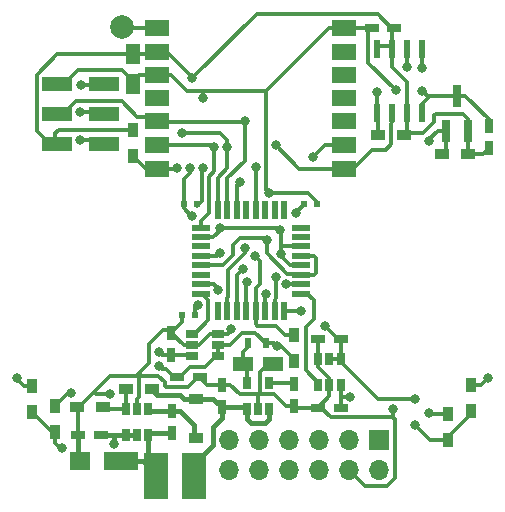
<source format=gtl>
G04 #@! TF.GenerationSoftware,KiCad,Pcbnew,no-vcs-found-2f9be81~58~ubuntu16.04.1*
G04 #@! TF.CreationDate,2017-04-03T17:26:58+03:00*
G04 #@! TF.ProjectId,livolo_2_channels_1way_eu_switch,6C69766F6C6F5F325F6368616E6E656C,rev?*
G04 #@! TF.FileFunction,Copper,L1,Top,Signal*
G04 #@! TF.FilePolarity,Positive*
%FSLAX46Y46*%
G04 Gerber Fmt 4.6, Leading zero omitted, Abs format (unit mm)*
G04 Created by KiCad (PCBNEW no-vcs-found-2f9be81~58~ubuntu16.04.1) date Mon Apr  3 17:26:58 2017*
%MOMM*%
%LPD*%
G01*
G04 APERTURE LIST*
%ADD10C,0.100000*%
%ADD11R,2.500000X1.270000*%
%ADD12R,1.750000X1.260000*%
%ADD13R,1.200000X0.900000*%
%ADD14R,2.000000X4.000000*%
%ADD15R,1.200000X0.750000*%
%ADD16R,1.700000X1.700000*%
%ADD17O,1.700000X1.700000*%
%ADD18R,0.600000X0.500000*%
%ADD19R,0.750000X1.200000*%
%ADD20R,1.800000X1.500000*%
%ADD21R,3.000000X1.500000*%
%ADD22R,0.550000X1.600000*%
%ADD23R,1.600000X0.550000*%
%ADD24C,1.998980*%
%ADD25R,0.900000X1.200000*%
%ADD26R,0.650000X1.060000*%
%ADD27R,1.060000X0.650000*%
%ADD28R,1.998980X1.399540*%
%ADD29R,0.600000X1.550000*%
%ADD30R,0.800000X1.900000*%
%ADD31R,0.500000X0.900000*%
%ADD32R,1.260000X1.750000*%
%ADD33C,0.800000*%
%ADD34C,0.300000*%
%ADD35C,0.450000*%
G04 APERTURE END LIST*
D10*
D11*
X126050000Y-82440000D03*
X126050000Y-79900000D03*
X126050000Y-77360000D03*
X130050000Y-77360000D03*
X130050000Y-79900000D03*
X130050000Y-82400000D03*
D12*
X141775000Y-101092000D03*
X144325000Y-101092000D03*
D13*
X160866000Y-83312000D03*
X158666000Y-83312000D03*
D14*
X134400000Y-110550000D03*
X137650000Y-110550000D03*
D15*
X152675000Y-72600000D03*
X154575000Y-72600000D03*
D16*
X153330000Y-107510000D03*
D17*
X153330000Y-110050000D03*
X150790000Y-107510000D03*
X150790000Y-110050000D03*
X148250000Y-107510000D03*
X148250000Y-110050000D03*
X145710000Y-107510000D03*
X145710000Y-110050000D03*
X143170000Y-107510000D03*
X143170000Y-110050000D03*
X140630000Y-107510000D03*
X140630000Y-110050000D03*
D18*
X136600000Y-96900000D03*
X137700000Y-96900000D03*
X137900000Y-87500000D03*
X136800000Y-87500000D03*
X146950000Y-87500000D03*
X148050000Y-87500000D03*
D15*
X129750000Y-107100000D03*
X127850000Y-107100000D03*
D19*
X140000000Y-104700000D03*
X140000000Y-102800000D03*
D20*
X127975000Y-109250000D03*
D21*
X131475000Y-109250000D03*
D19*
X146100000Y-104650000D03*
X146100000Y-102750000D03*
X135750000Y-106900000D03*
X135750000Y-105000000D03*
D15*
X150050000Y-104750000D03*
X148150000Y-104750000D03*
D19*
X135700000Y-100300000D03*
X135700000Y-98400000D03*
D15*
X148150000Y-98900000D03*
X150050000Y-98900000D03*
X138100000Y-102150000D03*
X136200000Y-102150000D03*
D13*
X137825000Y-103975000D03*
X137825000Y-107275000D03*
D22*
X145250000Y-96550000D03*
X144450000Y-96550000D03*
X143650000Y-96550000D03*
X142850000Y-96550000D03*
X142050000Y-96550000D03*
X141250000Y-96550000D03*
X140450000Y-96550000D03*
X139650000Y-96550000D03*
D23*
X138200000Y-95100000D03*
X138200000Y-94300000D03*
X138200000Y-93500000D03*
X138200000Y-92700000D03*
X138200000Y-91900000D03*
X138200000Y-91100000D03*
X138200000Y-90300000D03*
X138200000Y-89500000D03*
D22*
X139650000Y-88050000D03*
X140450000Y-88050000D03*
X141250000Y-88050000D03*
X142050000Y-88050000D03*
X142850000Y-88050000D03*
X143650000Y-88050000D03*
X144450000Y-88050000D03*
X145250000Y-88050000D03*
D23*
X146700000Y-89500000D03*
X146700000Y-90300000D03*
X146700000Y-91100000D03*
X146700000Y-91900000D03*
X146700000Y-92700000D03*
X146700000Y-93500000D03*
X146700000Y-94300000D03*
X146700000Y-95100000D03*
D24*
X131550000Y-72550000D03*
D13*
X131850000Y-103200000D03*
X134050000Y-103200000D03*
X129950000Y-104700000D03*
X127750000Y-104700000D03*
D25*
X146100000Y-100800000D03*
X146100000Y-98600000D03*
X132500000Y-81200000D03*
X132500000Y-83400000D03*
X159150000Y-105250000D03*
X159150000Y-107450000D03*
X161050000Y-105000000D03*
X161050000Y-102800000D03*
X125850000Y-104600000D03*
X125850000Y-106800000D03*
X123950000Y-105100000D03*
X123950000Y-102900000D03*
D26*
X142100000Y-102650000D03*
X144000000Y-102650000D03*
X144000000Y-104850000D03*
X143050000Y-104850000D03*
X142100000Y-104850000D03*
X132800000Y-107050000D03*
X133750000Y-107050000D03*
X131850000Y-107050000D03*
X131850000Y-104850000D03*
X132800000Y-104850000D03*
X133750000Y-104850000D03*
X149100000Y-100650000D03*
X148150000Y-100650000D03*
X150050000Y-100650000D03*
X150050000Y-102850000D03*
X149100000Y-102850000D03*
X148150000Y-102850000D03*
D27*
X137500000Y-98500000D03*
X137500000Y-99450000D03*
X137500000Y-100400000D03*
X139700000Y-100400000D03*
X139700000Y-98500000D03*
X139700000Y-99450000D03*
D28*
X134499800Y-72598780D03*
X134471860Y-74600300D03*
X134471860Y-76599280D03*
X134471860Y-78550000D03*
X134471860Y-80500720D03*
X134471860Y-82499700D03*
X134471860Y-84501220D03*
X150372260Y-84501220D03*
X150372260Y-82499700D03*
X150372260Y-80500720D03*
X150372260Y-78550000D03*
X150372260Y-76599280D03*
X150372260Y-74600300D03*
X150372260Y-72598780D03*
D19*
X162600000Y-82800000D03*
X162600000Y-80900000D03*
D13*
X153200000Y-81700000D03*
X155400000Y-81700000D03*
D29*
X153120000Y-74400000D03*
X154390000Y-74400000D03*
X155660000Y-74400000D03*
X156930000Y-74400000D03*
X156930000Y-79800000D03*
X155660000Y-79800000D03*
X154390000Y-79800000D03*
X153120000Y-79800000D03*
D30*
X159900000Y-78350000D03*
X160850000Y-81350000D03*
X158950000Y-81350000D03*
D31*
X142200000Y-99300000D03*
X143700000Y-99300000D03*
D32*
X132450000Y-74825000D03*
X132450000Y-77375000D03*
D33*
X144653004Y-99568000D03*
X156375000Y-103975000D03*
X134687489Y-101199990D03*
X146225009Y-88306238D03*
X144900000Y-89700000D03*
X137317018Y-84464922D03*
X145033547Y-91716453D03*
X137499998Y-76850000D03*
X148700000Y-97824982D03*
X139800000Y-89550002D03*
X137450000Y-88524998D03*
X140773760Y-98048303D03*
X130549966Y-103549989D03*
X154450000Y-104849998D03*
X138416234Y-84423097D03*
X154700002Y-77875000D03*
X156974998Y-77900000D03*
X138432929Y-78572282D03*
X143992417Y-86553252D03*
X143802464Y-90525717D03*
X138000000Y-96075012D03*
X139800000Y-91667529D03*
X142799990Y-91945222D03*
X128050002Y-77425000D03*
X130850000Y-107799984D03*
X150850000Y-103850000D03*
X134652342Y-100001234D03*
X136625002Y-81475000D03*
X140444049Y-82657764D03*
X144575010Y-82550000D03*
X128000012Y-82050010D03*
X139345788Y-82719813D03*
X155700000Y-75925000D03*
X128000014Y-79725000D03*
X156975000Y-75975002D03*
X141950000Y-80450000D03*
X127200000Y-103500000D03*
X122625000Y-102225000D03*
X162500000Y-102250000D03*
X157504617Y-105225361D03*
X147700000Y-83500000D03*
X146650032Y-96603597D03*
X139697783Y-94769178D03*
X126460463Y-108164798D03*
X145436975Y-94299999D03*
X156350937Y-106200012D03*
X144544090Y-93657518D03*
X142100010Y-94103486D03*
X143694080Y-95093230D03*
X141805637Y-92998142D03*
X157566229Y-82183121D03*
X141918510Y-91228448D03*
X136200000Y-84425000D03*
X141500002Y-85650000D03*
X142874990Y-84375000D03*
X153125000Y-78000000D03*
D34*
X143700000Y-99300000D02*
X144385004Y-99300000D01*
X144385004Y-99300000D02*
X144653004Y-99568000D01*
X139700000Y-99450000D02*
X140650000Y-99450000D01*
X140650000Y-99450000D02*
X141700001Y-98399999D01*
X141700001Y-98399999D02*
X142799999Y-98399999D01*
X142799999Y-98399999D02*
X143700000Y-99300000D01*
X126050000Y-82440000D02*
X125435000Y-82440000D01*
X125435000Y-82440000D02*
X124300000Y-81305000D01*
X124300000Y-81305000D02*
X124300000Y-76575000D01*
X124300000Y-76575000D02*
X126050000Y-74825000D01*
X126050000Y-74825000D02*
X132450000Y-74825000D01*
X132450000Y-74825000D02*
X134247160Y-74825000D01*
X134247160Y-74825000D02*
X134471860Y-74600300D01*
X145018000Y-99568000D02*
X144653004Y-99568000D01*
X146100000Y-100650000D02*
X145018000Y-99568000D01*
X146100000Y-100800000D02*
X146100000Y-100650000D01*
X155400000Y-81700000D02*
X155400000Y-81582000D01*
X155400000Y-81582000D02*
X155448000Y-81534000D01*
X155448000Y-81534000D02*
X157017449Y-81534000D01*
X160850000Y-80332000D02*
X160850000Y-81350000D01*
X157017449Y-81534000D02*
X157988000Y-80563449D01*
X157988000Y-80563449D02*
X157988000Y-80010000D01*
X157988000Y-80010000D02*
X158148000Y-79850000D01*
X158148000Y-79850000D02*
X160368000Y-79850000D01*
X160368000Y-79850000D02*
X160850000Y-80332000D01*
X150050000Y-100855000D02*
X153170000Y-103975000D01*
X150050000Y-100650000D02*
X150050000Y-100855000D01*
X153170000Y-103975000D02*
X156375000Y-103975000D01*
X136200000Y-102150000D02*
X135975000Y-102150000D01*
X134962499Y-101475000D02*
X134687489Y-101199990D01*
X135975000Y-102150000D02*
X135300000Y-101475000D01*
X135300000Y-101475000D02*
X134962499Y-101475000D01*
X136800000Y-87500000D02*
X136800000Y-85390476D01*
X136800000Y-87500000D02*
X136800000Y-87875000D01*
X136800000Y-87875000D02*
X137325002Y-88400000D01*
X146225009Y-88306238D02*
X146225009Y-88224991D01*
X146225009Y-88224991D02*
X146950000Y-87500000D01*
X144900000Y-89700000D02*
X144750002Y-89550002D01*
X144900000Y-89700000D02*
X144950000Y-89700000D01*
X144950000Y-89700000D02*
X145026048Y-89776048D01*
X137317018Y-84873458D02*
X137317018Y-84464922D01*
X136800000Y-85390476D02*
X137317018Y-84873458D01*
X137325002Y-88400000D02*
X137450000Y-88524998D01*
X146700000Y-92700000D02*
X145781547Y-92700000D01*
X145781547Y-92700000D02*
X145050000Y-91968453D01*
X145050000Y-91968453D02*
X145050000Y-91732906D01*
X145050000Y-91732906D02*
X145033547Y-91716453D01*
X145033547Y-91057499D02*
X145033547Y-91716453D01*
X145026048Y-91050000D02*
X145033547Y-91057499D01*
X139800000Y-89550002D02*
X139800000Y-89775000D01*
X139800000Y-89775000D02*
X139275000Y-90300000D01*
X139275000Y-90300000D02*
X138200000Y-90300000D01*
X137499998Y-76850000D02*
X137500000Y-76850000D01*
X137500000Y-76850000D02*
X142925001Y-71424999D01*
X142925001Y-71424999D02*
X153174999Y-71424999D01*
X153174999Y-71424999D02*
X154350000Y-72600000D01*
X154350000Y-72600000D02*
X154575000Y-72600000D01*
X137499998Y-76850000D02*
X137499998Y-76724998D01*
X137499998Y-76724998D02*
X135375000Y-74600000D01*
X135374700Y-74600300D02*
X134471860Y-74600300D01*
X135375000Y-74600000D02*
X135374700Y-74600300D01*
X160866000Y-83312000D02*
X160866000Y-81366000D01*
X160866000Y-81366000D02*
X160850000Y-81350000D01*
X160866000Y-83312000D02*
X162088000Y-83312000D01*
X162088000Y-83312000D02*
X162600000Y-82800000D01*
X154390000Y-74400000D02*
X154390000Y-72785000D01*
X154390000Y-72785000D02*
X154575000Y-72600000D01*
X125285000Y-82440000D02*
X125900000Y-82440000D01*
X125900000Y-82440000D02*
X125900000Y-81505000D01*
X125900000Y-81505000D02*
X126205000Y-81200000D01*
X126205000Y-81200000D02*
X132500000Y-81200000D01*
X144750002Y-89550002D02*
X139800000Y-89550002D01*
X145026048Y-89776048D02*
X145026048Y-91050000D01*
X155400000Y-81700000D02*
X155700000Y-81400000D01*
X155700000Y-81400000D02*
X155700000Y-79515000D01*
X155700000Y-79515000D02*
X155685000Y-79500000D01*
X155685000Y-77143002D02*
X154415000Y-75873002D01*
X154415000Y-75873002D02*
X154415000Y-74100000D01*
X155685000Y-79500000D02*
X155685000Y-77143002D01*
X146700000Y-91100000D02*
X145076048Y-91100000D01*
X145076048Y-91100000D02*
X145026048Y-91050000D01*
X153145000Y-74100000D02*
X154415000Y-74100000D01*
X148749982Y-97824982D02*
X148700000Y-97824982D01*
X149825000Y-98900000D02*
X148749982Y-97824982D01*
X150050000Y-98900000D02*
X149825000Y-98900000D01*
X146100000Y-100800000D02*
X146100000Y-100950000D01*
X150050000Y-100650000D02*
X149100000Y-100650000D01*
X139700000Y-100400000D02*
X139700000Y-99450000D01*
X139700000Y-100400000D02*
X139495000Y-100400000D01*
X139495000Y-100400000D02*
X138570001Y-101324999D01*
X136425000Y-102150000D02*
X136200000Y-102150000D01*
X138570001Y-101324999D02*
X137250001Y-101324999D01*
X137250001Y-101324999D02*
X136425000Y-102150000D01*
X150050000Y-100650000D02*
X150050000Y-98900000D01*
X140773760Y-98256240D02*
X140773760Y-98048303D01*
X140530000Y-98500000D02*
X140773760Y-98256240D01*
X139700000Y-98500000D02*
X140530000Y-98500000D01*
X143030001Y-103630001D02*
X143224999Y-103435003D01*
X143224999Y-103435003D02*
X143224999Y-101759999D01*
X143224999Y-101759999D02*
X143892998Y-101092000D01*
X143892998Y-101092000D02*
X144325000Y-101092000D01*
X126050000Y-77360000D02*
X126665000Y-77360000D01*
X126665000Y-77360000D02*
X127825000Y-76200000D01*
X127825000Y-76200000D02*
X131520000Y-76200000D01*
X131520000Y-76200000D02*
X132450000Y-77130000D01*
X132450000Y-77130000D02*
X132450000Y-77375000D01*
X125900000Y-77360000D02*
X126515000Y-77360000D01*
X133000720Y-76599280D02*
X134471860Y-76599280D01*
X132450000Y-76925000D02*
X132450000Y-77150000D01*
X132450000Y-77150000D02*
X133000720Y-76599280D01*
X144405001Y-103630001D02*
X142150000Y-103630001D01*
X129200000Y-103400000D02*
X130500000Y-102100000D01*
X130500000Y-102100000D02*
X132700000Y-102100000D01*
X132700000Y-102100000D02*
X132950000Y-101850000D01*
X129349989Y-103549989D02*
X130549966Y-103549989D01*
X129200000Y-103400000D02*
X129349989Y-103549989D01*
X127900000Y-104700000D02*
X129200000Y-103400000D01*
X127750000Y-104700000D02*
X127900000Y-104700000D01*
X137500000Y-99450000D02*
X138075000Y-99450000D01*
X138075000Y-99450000D02*
X139025000Y-98500000D01*
X139025000Y-98500000D02*
X139700000Y-98500000D01*
X149100000Y-102850000D02*
X149100000Y-102275000D01*
X149100000Y-102275000D02*
X148150000Y-101325000D01*
X148150000Y-101325000D02*
X148150000Y-100650000D01*
X154450000Y-105465683D02*
X154450000Y-104849998D01*
X154399998Y-105515685D02*
X154450000Y-105465683D01*
X132950000Y-101850000D02*
X133150000Y-102050000D01*
X133150000Y-102050000D02*
X134600010Y-102050000D01*
X134600010Y-102050000D02*
X135149999Y-102599989D01*
X135149999Y-102599989D02*
X135149999Y-102885001D01*
X135149999Y-102885001D02*
X135239999Y-102975001D01*
X137985002Y-102150000D02*
X138100000Y-102150000D01*
X135239999Y-102975001D02*
X137160001Y-102975001D01*
X137160001Y-102975001D02*
X137985002Y-102150000D01*
X143725000Y-77996550D02*
X143725000Y-86285835D01*
X143700000Y-77971550D02*
X143725000Y-77996550D01*
X143725000Y-86285835D02*
X143992417Y-86553252D01*
X138297618Y-87252382D02*
X138297618Y-84541713D01*
X137900000Y-87650000D02*
X138297618Y-87252382D01*
X148050000Y-87500000D02*
X148050000Y-87350000D01*
X148050000Y-87350000D02*
X147253252Y-86553252D01*
X147253252Y-86553252D02*
X143992417Y-86553252D01*
X138297618Y-84541713D02*
X138416234Y-84423097D01*
X145539999Y-93425001D02*
X146625001Y-93425001D01*
X143802464Y-90525717D02*
X143802464Y-91687466D01*
X143802464Y-91687466D02*
X145539999Y-93425001D01*
X146625001Y-93425001D02*
X146700000Y-93500000D01*
X137063546Y-77971550D02*
X138425000Y-77971550D01*
X138425000Y-77971550D02*
X143700000Y-77971550D01*
X138432929Y-78572282D02*
X138432929Y-77979479D01*
X138432929Y-77979479D02*
X138425000Y-77971550D01*
X127350000Y-109300000D02*
X127850000Y-108800000D01*
D35*
X127850000Y-108800000D02*
X127850000Y-107100000D01*
D34*
X152369999Y-75544997D02*
X154700002Y-77875000D01*
X152369999Y-72905001D02*
X152369999Y-75544997D01*
X152675000Y-72600000D02*
X152369999Y-72905001D01*
X157424998Y-78350000D02*
X156974998Y-77900000D01*
X157630000Y-78350000D02*
X157424998Y-78350000D01*
X150372260Y-72598780D02*
X152673780Y-72598780D01*
X152673780Y-72598780D02*
X152675000Y-72600000D01*
X147950001Y-92050001D02*
X147950001Y-93349999D01*
X147950001Y-93349999D02*
X147800000Y-93500000D01*
X146700000Y-93500000D02*
X147800000Y-93500000D01*
X147800000Y-91900000D02*
X147950001Y-92050001D01*
X146700000Y-91900000D02*
X147800000Y-91900000D01*
X138200000Y-92700000D02*
X140053139Y-92700000D01*
X140053139Y-92700000D02*
X140925000Y-91828139D01*
X140925000Y-91828139D02*
X140925000Y-90963954D01*
X140925000Y-90963954D02*
X141513954Y-90375000D01*
X143750717Y-90525717D02*
X143802464Y-90525717D01*
X141513954Y-90375000D02*
X143600000Y-90375000D01*
X143600000Y-90375000D02*
X143750717Y-90525717D01*
X154434313Y-105550000D02*
X154399998Y-105515685D01*
X154434315Y-105550000D02*
X154434313Y-105550000D01*
X154409314Y-105575001D02*
X154434315Y-105550000D01*
X149200001Y-105575001D02*
X154409314Y-105575001D01*
X148375000Y-104750000D02*
X149200001Y-105575001D01*
X148150000Y-104750000D02*
X148375000Y-104750000D01*
X135691276Y-76599280D02*
X137063546Y-77971550D01*
X134471860Y-76599280D02*
X135691276Y-76599280D01*
X150790000Y-110050000D02*
X152090000Y-111350000D01*
X152090000Y-111350000D02*
X153954001Y-111350001D01*
X153954001Y-111350001D02*
X154630001Y-110674001D01*
X154630001Y-110674001D02*
X154630001Y-105745688D01*
X154630001Y-105745688D02*
X154399998Y-105515685D01*
X146700000Y-93500000D02*
X146633174Y-93433174D01*
X159900000Y-78350000D02*
X157630000Y-78350000D01*
X156955000Y-79025000D02*
X156955000Y-79500000D01*
X157630000Y-78350000D02*
X156955000Y-79025000D01*
X162600000Y-80900000D02*
X162600000Y-80350000D01*
X162600000Y-80350000D02*
X160600000Y-78350000D01*
X160600000Y-78350000D02*
X159900000Y-78350000D01*
X150721040Y-72250000D02*
X150372260Y-72598780D01*
X132950000Y-103870000D02*
X132950000Y-101850000D01*
X132800000Y-104850000D02*
X132800000Y-104020000D01*
X132800000Y-104020000D02*
X132950000Y-103870000D01*
X132950000Y-101850000D02*
X133800001Y-100999999D01*
X136600000Y-96900000D02*
X136600000Y-97500000D01*
X136600000Y-97500000D02*
X135700000Y-98400000D01*
X133800001Y-99341995D02*
X134966996Y-98175000D01*
X134966996Y-98175000D02*
X135700000Y-98175000D01*
X133800001Y-100999999D02*
X133800001Y-99341995D01*
X135700000Y-98175000D02*
X135700000Y-98400000D01*
X150372260Y-72598780D02*
X149072770Y-72598780D01*
X149072770Y-72598780D02*
X143700000Y-77971550D01*
X143050000Y-104850000D02*
X143050000Y-103650000D01*
X143050000Y-103650000D02*
X143030001Y-103630001D01*
X143030001Y-103630001D02*
X142150000Y-103630001D01*
X140000000Y-102800000D02*
X138750000Y-102800000D01*
X138750000Y-102800000D02*
X138100000Y-102150000D01*
X127850000Y-107100000D02*
X127850000Y-104800000D01*
X127850000Y-104800000D02*
X127750000Y-104700000D01*
X148150000Y-100650000D02*
X148150000Y-98900000D01*
X149100000Y-102850000D02*
X149100000Y-103800000D01*
X149100000Y-103800000D02*
X148150000Y-104750000D01*
X148150000Y-104750000D02*
X146200000Y-104750000D01*
X146200000Y-104750000D02*
X146100000Y-104650000D01*
X142150000Y-103630001D02*
X141505001Y-103630001D01*
X146100000Y-104650000D02*
X145425000Y-104650000D01*
X145425000Y-104650000D02*
X144405001Y-103630001D01*
X141505001Y-103630001D02*
X140675000Y-102800000D01*
X140675000Y-102800000D02*
X140000000Y-102800000D01*
X139750000Y-98550000D02*
X139700000Y-98500000D01*
X137500000Y-99450000D02*
X136750000Y-99450000D01*
X136750000Y-99450000D02*
X135700000Y-98400000D01*
X137724988Y-96075012D02*
X138000000Y-96075012D01*
X137700000Y-96100000D02*
X137724988Y-96075012D01*
X137700000Y-96900000D02*
X137700000Y-96100000D01*
X139567529Y-91900000D02*
X139800000Y-91667529D01*
X138200000Y-91900000D02*
X139567529Y-91900000D01*
X144000000Y-102650000D02*
X146000000Y-102650000D01*
X146000000Y-102650000D02*
X146100000Y-102750000D01*
D35*
X140000000Y-104700000D02*
X140000000Y-105600000D01*
X140000000Y-105600000D02*
X139250000Y-106350000D01*
X139250000Y-106350000D02*
X139250000Y-107950000D01*
X139250000Y-107950000D02*
X137650000Y-109550000D01*
D34*
X137650000Y-109550000D02*
X137650000Y-110550000D01*
D35*
X134500012Y-103650012D02*
X134050000Y-103200000D01*
X136450012Y-103650012D02*
X134500012Y-103650012D01*
X136775000Y-103975000D02*
X136450012Y-103650012D01*
X137825000Y-103975000D02*
X136775000Y-103975000D01*
X137825000Y-103975000D02*
X139275000Y-103975000D01*
X139275000Y-103975000D02*
X140000000Y-104700000D01*
X137650000Y-110700000D02*
X137650000Y-109700000D01*
X144000000Y-104850000D02*
X144000000Y-105680000D01*
X144000000Y-105680000D02*
X143655000Y-106025000D01*
X143655000Y-106025000D02*
X142445000Y-106025000D01*
X142445000Y-106025000D02*
X142100000Y-105680000D01*
X142100000Y-105680000D02*
X142100000Y-104850000D01*
X140000000Y-104700000D02*
X141950000Y-104700000D01*
X141950000Y-104700000D02*
X142100000Y-104850000D01*
D34*
X142850000Y-96550000D02*
X142850000Y-97650000D01*
X143000001Y-97800001D02*
X144550001Y-97800001D01*
X142850000Y-97650000D02*
X143000001Y-97800001D01*
X144550001Y-97800001D02*
X145350000Y-98600000D01*
X145350000Y-98600000D02*
X146100000Y-98600000D01*
X143199989Y-94261511D02*
X143199989Y-92345221D01*
X142844079Y-95444079D02*
X142844079Y-94617421D01*
X142850000Y-96550000D02*
X142850000Y-95450000D01*
X142850000Y-95450000D02*
X142844079Y-95444079D01*
X142844079Y-94617421D02*
X143199989Y-94261511D01*
X143199989Y-92345221D02*
X142799990Y-91945222D01*
X129835000Y-77425000D02*
X128050002Y-77425000D01*
X129900000Y-77360000D02*
X129835000Y-77425000D01*
D35*
X131475000Y-109250000D02*
X133275000Y-109250000D01*
X133275000Y-109250000D02*
X134400000Y-110375000D01*
X134400000Y-110375000D02*
X134400000Y-110550000D01*
X133750000Y-107050000D02*
X133750000Y-109900000D01*
X133750000Y-109900000D02*
X134400000Y-110550000D01*
X134400000Y-110700000D02*
X134400000Y-110375000D01*
X135750000Y-106900000D02*
X133900000Y-106900000D01*
X133900000Y-106900000D02*
X133750000Y-107050000D01*
X135750000Y-105000000D02*
X133900000Y-105000000D01*
X133900000Y-105000000D02*
X133750000Y-104850000D01*
X137650000Y-107250000D02*
X137650000Y-106225000D01*
X137650000Y-106225000D02*
X136425000Y-105000000D01*
X136425000Y-105000000D02*
X135750000Y-105000000D01*
X130850000Y-107200000D02*
X130850000Y-107799984D01*
X130950000Y-107100000D02*
X130850000Y-107200000D01*
X129750000Y-107100000D02*
X130950000Y-107100000D01*
X130950000Y-107100000D02*
X131800000Y-107100000D01*
X132800000Y-107050000D02*
X131850000Y-107050000D01*
X132844976Y-107094976D02*
X132800000Y-107050000D01*
X131800000Y-107100000D02*
X131850000Y-107050000D01*
D34*
X150100000Y-103850000D02*
X150050000Y-103900000D01*
X150850000Y-103850000D02*
X150100000Y-103850000D01*
X150050000Y-104750000D02*
X150050000Y-103900000D01*
X150050000Y-103900000D02*
X150050000Y-102850000D01*
X134951108Y-100300000D02*
X134652342Y-100001234D01*
X135700000Y-100300000D02*
X134951108Y-100300000D01*
X135700000Y-100300000D02*
X137400000Y-100300000D01*
X137400000Y-100300000D02*
X137500000Y-100400000D01*
X154415000Y-79500000D02*
X154415000Y-80575000D01*
X154415000Y-80575000D02*
X154300000Y-80690000D01*
X154300000Y-80690000D02*
X154300000Y-82460002D01*
X154300000Y-82460002D02*
X153860002Y-82900000D01*
X153860002Y-82900000D02*
X152675000Y-82900000D01*
X152675000Y-82900000D02*
X151073780Y-84501220D01*
X151073780Y-84501220D02*
X150372260Y-84501220D01*
X139650000Y-85283349D02*
X140444049Y-84489300D01*
X140444049Y-84489300D02*
X140444049Y-82657764D01*
X139650000Y-88050000D02*
X139650000Y-85283349D01*
X139826970Y-81475000D02*
X136625002Y-81475000D01*
X140444049Y-82092079D02*
X139826970Y-81475000D01*
X140444049Y-82657764D02*
X140444049Y-82092079D01*
X146526230Y-84501220D02*
X144575010Y-82550000D01*
X150372260Y-84501220D02*
X146526230Y-84501220D01*
X129550010Y-82050010D02*
X128000012Y-82050010D01*
X129900000Y-82400000D02*
X129550010Y-82050010D01*
X139345788Y-84739018D02*
X139345788Y-82719813D01*
X138200000Y-89500000D02*
X138200000Y-88925000D01*
X138200000Y-88925000D02*
X138900000Y-88225000D01*
X138900000Y-88225000D02*
X138900000Y-85184806D01*
X138900000Y-85184806D02*
X139345788Y-84739018D01*
X139125675Y-82499700D02*
X139345788Y-82719813D01*
X134471860Y-82499700D02*
X139125675Y-82499700D01*
X155700000Y-74115000D02*
X155700000Y-75925000D01*
X155685000Y-74100000D02*
X155700000Y-74115000D01*
X129725000Y-79725000D02*
X128000014Y-79725000D01*
X129900000Y-79900000D02*
X129725000Y-79725000D01*
X141950000Y-83831892D02*
X141950000Y-80450000D01*
X140450000Y-88050000D02*
X140450000Y-85331892D01*
X140450000Y-85331892D02*
X141950000Y-83831892D01*
X156975000Y-74120000D02*
X156975000Y-75975002D01*
X156955000Y-74100000D02*
X156975000Y-74120000D01*
X134471860Y-80500720D02*
X134521140Y-80550000D01*
X134521140Y-80550000D02*
X141850000Y-80550000D01*
X141850000Y-80550000D02*
X141950000Y-80450000D01*
X134471860Y-80500720D02*
X134121139Y-80149999D01*
X134121139Y-80149999D02*
X132845001Y-80149999D01*
X132845001Y-80149999D02*
X131510001Y-78814999D01*
X131510001Y-78814999D02*
X127600001Y-78814999D01*
X127600001Y-78814999D02*
X126515000Y-79900000D01*
X126515000Y-79900000D02*
X125900000Y-79900000D01*
X127200000Y-103500000D02*
X126950000Y-103500000D01*
X126950000Y-103500000D02*
X125850000Y-104600000D01*
X125850000Y-104600000D02*
X125850000Y-104750000D01*
X122625000Y-102325000D02*
X122625000Y-102225000D01*
X123200000Y-102900000D02*
X122625000Y-102325000D01*
X123950000Y-102900000D02*
X123200000Y-102900000D01*
X161950000Y-102800000D02*
X162500000Y-102250000D01*
X161050000Y-102800000D02*
X161950000Y-102800000D01*
X159150000Y-105250000D02*
X157529256Y-105250000D01*
X157529256Y-105250000D02*
X157504617Y-105225361D01*
X148700300Y-82499700D02*
X147700000Y-83500000D01*
X150372260Y-82499700D02*
X148700300Y-82499700D01*
X146596435Y-96550000D02*
X146650032Y-96603597D01*
X145250000Y-96550000D02*
X146596435Y-96550000D01*
X137705000Y-98500000D02*
X137500000Y-98500000D01*
X138850002Y-97354998D02*
X137705000Y-98500000D01*
X138850002Y-95667010D02*
X138850002Y-97354998D01*
X138282992Y-95100000D02*
X138850002Y-95667010D01*
X138200000Y-95100000D02*
X138282992Y-95100000D01*
X139697783Y-94697783D02*
X139697783Y-94769178D01*
X139300000Y-94300000D02*
X139697783Y-94697783D01*
X138200000Y-94300000D02*
X139300000Y-94300000D01*
X126314798Y-108164798D02*
X126460463Y-108164798D01*
X125850000Y-107700000D02*
X126314798Y-108164798D01*
X125850000Y-106800000D02*
X125850000Y-107700000D01*
X125850000Y-106800000D02*
X125650000Y-106800000D01*
X125650000Y-106800000D02*
X123950000Y-105100000D01*
X146700000Y-95100000D02*
X147225000Y-95100000D01*
X148150000Y-102645000D02*
X148150000Y-102850000D01*
X147800000Y-95675000D02*
X147800000Y-97250000D01*
X147099999Y-97950001D02*
X147099999Y-101594999D01*
X147225000Y-95100000D02*
X147800000Y-95675000D01*
X147800000Y-97250000D02*
X147099999Y-97950001D01*
X147099999Y-101594999D02*
X148150000Y-102645000D01*
X145599999Y-94299999D02*
X145436975Y-94299999D01*
X146700000Y-94300000D02*
X145599999Y-94299999D01*
X159150000Y-107450000D02*
X159150000Y-107225000D01*
X159150000Y-107225000D02*
X161050000Y-105325000D01*
X161050000Y-105325000D02*
X161050000Y-105000000D01*
X157600925Y-107450000D02*
X156350937Y-106200012D01*
X159150000Y-107450000D02*
X157600925Y-107450000D01*
X134499800Y-72598780D02*
X131598780Y-72598780D01*
X131598780Y-72598780D02*
X131550000Y-72550000D01*
X131850000Y-104850000D02*
X131850000Y-103050000D01*
X131850000Y-103050000D02*
X131900000Y-103000000D01*
X131850000Y-104850000D02*
X130100000Y-104850000D01*
X130100000Y-104850000D02*
X129950000Y-104700000D01*
X144550012Y-94229125D02*
X144544090Y-94223203D01*
X144550012Y-95501232D02*
X144550012Y-94229125D01*
X144450000Y-95601244D02*
X144550012Y-95501232D01*
X144450000Y-96550000D02*
X144450000Y-95601244D01*
X144544090Y-94223203D02*
X144544090Y-93657518D01*
X142050000Y-96550000D02*
X142050000Y-94153496D01*
X142050000Y-94153496D02*
X142100010Y-94103486D01*
X143650000Y-96550000D02*
X143650000Y-95137310D01*
X143650000Y-95137310D02*
X143694080Y-95093230D01*
X141805637Y-92998142D02*
X141250000Y-93553779D01*
X141250000Y-93553779D02*
X141250000Y-96550000D01*
X141918510Y-91683172D02*
X141918510Y-91228448D01*
X140550018Y-95349982D02*
X140550018Y-93051664D01*
X140450000Y-95450000D02*
X140550018Y-95349982D01*
X140450000Y-96550000D02*
X140450000Y-95450000D01*
X140550018Y-93051664D02*
X141918510Y-91683172D01*
X158950000Y-81350000D02*
X158950000Y-83028000D01*
X158950000Y-83028000D02*
X158666000Y-83312000D01*
X159004000Y-81404000D02*
X158950000Y-81350000D01*
X158950000Y-81350000D02*
X158250000Y-81350000D01*
X158250000Y-81350000D02*
X157566229Y-82033771D01*
X157566229Y-82033771D02*
X157566229Y-82183121D01*
X136123780Y-84501220D02*
X136200000Y-84425000D01*
X134471860Y-84501220D02*
X136123780Y-84501220D01*
X141250000Y-88050000D02*
X141250000Y-85900002D01*
X141250000Y-85900002D02*
X141500002Y-85650000D01*
X134471860Y-84501220D02*
X133601220Y-84501220D01*
X133601220Y-84501220D02*
X132500000Y-83400000D01*
X142850000Y-84399990D02*
X142874990Y-84375000D01*
X142850000Y-88050000D02*
X142850000Y-84399990D01*
X153125000Y-78000000D02*
X153125000Y-79795000D01*
X153125000Y-79795000D02*
X153120000Y-79800000D01*
X153200000Y-81700000D02*
X153200000Y-79880000D01*
X153200000Y-79880000D02*
X153120000Y-79800000D01*
X141775000Y-101092000D02*
X141775000Y-100057000D01*
X141775000Y-100057000D02*
X142264000Y-99568000D01*
X142100000Y-102650000D02*
X142100000Y-101417000D01*
X142100000Y-101417000D02*
X141775000Y-101092000D01*
M02*

</source>
